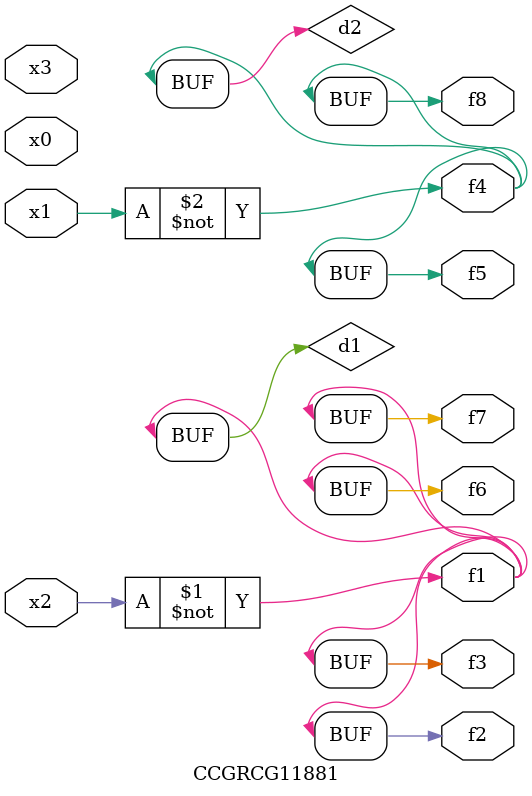
<source format=v>
module CCGRCG11881(
	input x0, x1, x2, x3,
	output f1, f2, f3, f4, f5, f6, f7, f8
);

	wire d1, d2;

	xnor (d1, x2);
	not (d2, x1);
	assign f1 = d1;
	assign f2 = d1;
	assign f3 = d1;
	assign f4 = d2;
	assign f5 = d2;
	assign f6 = d1;
	assign f7 = d1;
	assign f8 = d2;
endmodule

</source>
